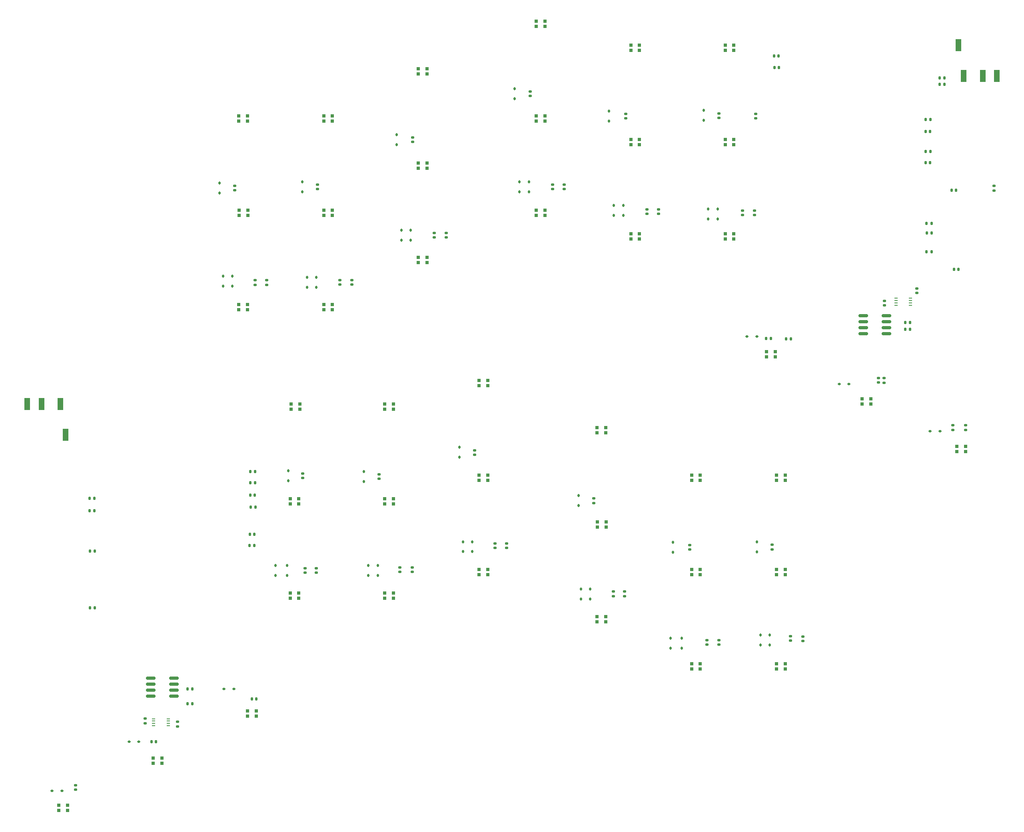
<source format=gbr>
%TF.GenerationSoftware,KiCad,Pcbnew,7.0.1*%
%TF.CreationDate,2023-05-03T23:08:28+02:00*%
%TF.ProjectId,Akula,416b756c-612e-46b6-9963-61645f706362,rev?*%
%TF.SameCoordinates,Original*%
%TF.FileFunction,Paste,Top*%
%TF.FilePolarity,Positive*%
%FSLAX46Y46*%
G04 Gerber Fmt 4.6, Leading zero omitted, Abs format (unit mm)*
G04 Created by KiCad (PCBNEW 7.0.1) date 2023-05-03 23:08:28*
%MOMM*%
%LPD*%
G01*
G04 APERTURE LIST*
G04 Aperture macros list*
%AMRoundRect*
0 Rectangle with rounded corners*
0 $1 Rounding radius*
0 $2 $3 $4 $5 $6 $7 $8 $9 X,Y pos of 4 corners*
0 Add a 4 corners polygon primitive as box body*
4,1,4,$2,$3,$4,$5,$6,$7,$8,$9,$2,$3,0*
0 Add four circle primitives for the rounded corners*
1,1,$1+$1,$2,$3*
1,1,$1+$1,$4,$5*
1,1,$1+$1,$6,$7*
1,1,$1+$1,$8,$9*
0 Add four rect primitives between the rounded corners*
20,1,$1+$1,$2,$3,$4,$5,0*
20,1,$1+$1,$4,$5,$6,$7,0*
20,1,$1+$1,$6,$7,$8,$9,0*
20,1,$1+$1,$8,$9,$2,$3,0*%
G04 Aperture macros list end*
%ADD10RoundRect,0.112500X0.112500X-0.187500X0.112500X0.187500X-0.112500X0.187500X-0.112500X-0.187500X0*%
%ADD11RoundRect,0.140000X-0.170000X0.140000X-0.170000X-0.140000X0.170000X-0.140000X0.170000X0.140000X0*%
%ADD12RoundRect,0.112500X-0.112500X0.187500X-0.112500X-0.187500X0.112500X-0.187500X0.112500X0.187500X0*%
%ADD13RoundRect,0.135000X-0.135000X-0.185000X0.135000X-0.185000X0.135000X0.185000X-0.135000X0.185000X0*%
%ADD14RoundRect,0.135000X0.185000X-0.135000X0.185000X0.135000X-0.185000X0.135000X-0.185000X-0.135000X0*%
%ADD15RoundRect,0.135000X0.135000X0.185000X-0.135000X0.185000X-0.135000X-0.185000X0.135000X-0.185000X0*%
%ADD16R,0.700000X0.700000*%
%ADD17RoundRect,0.112500X-0.187500X-0.112500X0.187500X-0.112500X0.187500X0.112500X-0.187500X0.112500X0*%
%ADD18RoundRect,0.140000X0.140000X0.170000X-0.140000X0.170000X-0.140000X-0.170000X0.140000X-0.170000X0*%
%ADD19RoundRect,0.140000X-0.140000X-0.170000X0.140000X-0.170000X0.140000X0.170000X-0.140000X0.170000X0*%
%ADD20RoundRect,0.150000X-0.825000X-0.150000X0.825000X-0.150000X0.825000X0.150000X-0.825000X0.150000X0*%
%ADD21R,0.750000X0.250000*%
%ADD22RoundRect,0.140000X0.170000X-0.140000X0.170000X0.140000X-0.170000X0.140000X-0.170000X-0.140000X0*%
%ADD23R,1.200000X2.500000*%
%ADD24RoundRect,0.112500X0.187500X0.112500X-0.187500X0.112500X-0.187500X-0.112500X0.187500X-0.112500X0*%
G04 APERTURE END LIST*
D10*
X115000000Y-154050000D03*
X115000000Y-151950000D03*
D11*
X121250000Y-152580000D03*
X121250000Y-153540000D03*
D12*
X133650000Y-132100000D03*
X133650000Y-134200000D03*
D13*
X252855000Y-79500000D03*
X253875000Y-79500000D03*
D11*
X216375000Y-76750000D03*
X216375000Y-77710000D03*
D14*
X243875000Y-113250000D03*
X243875000Y-112230000D03*
D11*
X143900000Y-152412164D03*
X143900000Y-153372164D03*
D15*
X110710000Y-139600000D03*
X109690000Y-139600000D03*
D12*
X219650000Y-166700000D03*
X219650000Y-168800000D03*
D16*
X107295000Y-76700000D03*
X107295000Y-77800000D03*
X109125000Y-77800000D03*
X109125000Y-76700000D03*
D12*
X117650000Y-131950000D03*
X117650000Y-134050000D03*
D16*
X221085000Y-132800000D03*
X221085000Y-133900000D03*
X222915000Y-133900000D03*
X222915000Y-132800000D03*
X69085000Y-202800000D03*
X69085000Y-203900000D03*
X70915000Y-203900000D03*
X70915000Y-202800000D03*
D12*
X140625000Y-60700000D03*
X140625000Y-62800000D03*
D16*
X158085000Y-112800000D03*
X158085000Y-113900000D03*
X159915000Y-113900000D03*
X159915000Y-112800000D03*
D11*
X193625000Y-76540000D03*
X193625000Y-77500000D03*
D17*
X214825000Y-103500000D03*
X216925000Y-103500000D03*
D16*
X210210000Y-81700000D03*
X210210000Y-82800000D03*
X212040000Y-82800000D03*
X212040000Y-81700000D03*
D18*
X221585000Y-46500000D03*
X220625000Y-46500000D03*
D13*
X96380000Y-178150000D03*
X97400000Y-178150000D03*
D11*
X220150000Y-147590000D03*
X220150000Y-148550000D03*
X213875000Y-76770000D03*
X213875000Y-77730000D03*
D17*
X67665000Y-199750000D03*
X69765000Y-199750000D03*
D13*
X252615000Y-57500000D03*
X253635000Y-57500000D03*
D11*
X208900000Y-167770000D03*
X208900000Y-168730000D03*
D19*
X218895000Y-103890000D03*
X219855000Y-103890000D03*
X75640000Y-137750000D03*
X76600000Y-137750000D03*
D10*
X154650000Y-149050000D03*
X154650000Y-146950000D03*
D16*
X118085000Y-157800000D03*
X118085000Y-158900000D03*
X119915000Y-158900000D03*
X119915000Y-157800000D03*
X190210000Y-61700000D03*
X190210000Y-62800000D03*
X192040000Y-62800000D03*
X192040000Y-61700000D03*
D11*
X182400000Y-137790000D03*
X182400000Y-138750000D03*
D16*
X145210000Y-86700000D03*
X145210000Y-87800000D03*
X147040000Y-87800000D03*
X147040000Y-86700000D03*
D13*
X109490000Y-147750000D03*
X110510000Y-147750000D03*
D11*
X110625000Y-91540000D03*
X110625000Y-92500000D03*
D13*
X252855000Y-85500000D03*
X253875000Y-85500000D03*
D11*
X242625000Y-112270000D03*
X242625000Y-113230000D03*
X148625000Y-81520000D03*
X148625000Y-82480000D03*
D10*
X188625000Y-77815000D03*
X188625000Y-75715000D03*
D20*
X239400000Y-99095000D03*
X239400000Y-100365000D03*
X239400000Y-101635000D03*
X239400000Y-102905000D03*
X244350000Y-102905000D03*
X244350000Y-101635000D03*
X244350000Y-100365000D03*
X244350000Y-99095000D03*
D16*
X170210000Y-36700000D03*
X170210000Y-37800000D03*
X172040000Y-37800000D03*
X172040000Y-36700000D03*
D11*
X157150000Y-127562164D03*
X157150000Y-128522164D03*
X87400000Y-184420000D03*
X87400000Y-185380000D03*
D16*
X170210000Y-56700000D03*
X170210000Y-57800000D03*
X172040000Y-57800000D03*
X172040000Y-56700000D03*
X183085000Y-162800000D03*
X183085000Y-163900000D03*
X184915000Y-163900000D03*
X184915000Y-162800000D03*
X170210000Y-76700000D03*
X170210000Y-77800000D03*
X172040000Y-77800000D03*
X172040000Y-76700000D03*
D18*
X221525000Y-44000000D03*
X220565000Y-44000000D03*
D17*
X104050000Y-178100000D03*
X106150000Y-178100000D03*
D11*
X151125000Y-81520000D03*
X151125000Y-82480000D03*
X141300000Y-152412164D03*
X141300000Y-153372164D03*
D15*
X256625000Y-48700000D03*
X255605000Y-48700000D03*
D16*
X138085000Y-117800000D03*
X138085000Y-118900000D03*
X139915000Y-118900000D03*
X139915000Y-117800000D03*
D11*
X94200000Y-185120000D03*
X94200000Y-186080000D03*
D14*
X267125000Y-72520000D03*
X267125000Y-71500000D03*
D16*
X138085000Y-157800000D03*
X138085000Y-158900000D03*
X139915000Y-158900000D03*
X139915000Y-157800000D03*
D11*
X243900000Y-95920000D03*
X243900000Y-96880000D03*
D16*
X125210000Y-56700000D03*
X125210000Y-57800000D03*
X127040000Y-57800000D03*
X127040000Y-56700000D03*
D11*
X208875000Y-56220000D03*
X208875000Y-57180000D03*
D12*
X185625000Y-55700000D03*
X185625000Y-57800000D03*
X216900000Y-147020000D03*
X216900000Y-149120000D03*
D11*
X128625000Y-91520000D03*
X128625000Y-92480000D03*
D10*
X208625000Y-78550000D03*
X208625000Y-76450000D03*
D11*
X106375000Y-71540000D03*
X106375000Y-72500000D03*
D16*
X221085000Y-152800000D03*
X221085000Y-153900000D03*
X222915000Y-153900000D03*
X222915000Y-152800000D03*
D12*
X103125000Y-70950000D03*
X103125000Y-73050000D03*
D19*
X109670000Y-134450000D03*
X110630000Y-134450000D03*
D16*
X190210000Y-41700000D03*
X190210000Y-42800000D03*
X192040000Y-42800000D03*
X192040000Y-41700000D03*
D11*
X123650000Y-152540000D03*
X123650000Y-153500000D03*
D15*
X253635000Y-64250000D03*
X252615000Y-64250000D03*
D12*
X179150000Y-137200000D03*
X179150000Y-139300000D03*
D16*
X183085000Y-122800000D03*
X183085000Y-123900000D03*
X184915000Y-123900000D03*
X184915000Y-122800000D03*
D12*
X166625000Y-70700000D03*
X166625000Y-72800000D03*
D11*
X168875000Y-51520000D03*
X168875000Y-52480000D03*
D16*
X221085000Y-172800000D03*
X221085000Y-173900000D03*
X222915000Y-173900000D03*
X222915000Y-172800000D03*
X145210000Y-46700000D03*
X145210000Y-47800000D03*
X147040000Y-47800000D03*
X147040000Y-46700000D03*
X203085000Y-172800000D03*
X203085000Y-173900000D03*
X204915000Y-173900000D03*
X204915000Y-172800000D03*
D12*
X201000000Y-167400000D03*
X201000000Y-169500000D03*
D16*
X239210000Y-116700000D03*
X239210000Y-117800000D03*
X241040000Y-117800000D03*
X241040000Y-116700000D03*
D19*
X75640000Y-140350000D03*
X76600000Y-140350000D03*
D11*
X188900000Y-157520000D03*
X188900000Y-158480000D03*
D15*
X256625000Y-50000000D03*
X255605000Y-50000000D03*
D10*
X136650000Y-154050000D03*
X136650000Y-151950000D03*
D12*
X134650000Y-151950000D03*
X134650000Y-154050000D03*
D11*
X161500000Y-147290000D03*
X161500000Y-148250000D03*
D12*
X153900000Y-126950000D03*
X153900000Y-129050000D03*
D11*
X189125000Y-56270000D03*
X189125000Y-57230000D03*
D16*
X203085000Y-132800000D03*
X203085000Y-133900000D03*
X204915000Y-133900000D03*
X204915000Y-132800000D03*
D11*
X206300000Y-167770000D03*
X206300000Y-168730000D03*
D13*
X96380000Y-181250000D03*
X97400000Y-181250000D03*
D11*
X176125000Y-71270000D03*
X176125000Y-72230000D03*
X163900000Y-147290000D03*
X163900000Y-148250000D03*
D19*
X109940000Y-180250000D03*
X110900000Y-180250000D03*
D12*
X206625000Y-76450000D03*
X206625000Y-78550000D03*
D21*
X89150000Y-184450000D03*
X89150000Y-184950000D03*
X89150000Y-185450000D03*
X89150000Y-185950000D03*
X92250000Y-185950000D03*
X92250000Y-185450000D03*
X92250000Y-184950000D03*
X92250000Y-184450000D03*
D18*
X89680000Y-189350000D03*
X88720000Y-189350000D03*
D16*
X109085000Y-182800000D03*
X109085000Y-183900000D03*
X110915000Y-183900000D03*
X110915000Y-182800000D03*
D10*
X198650000Y-169500000D03*
X198650000Y-167400000D03*
D12*
X186625000Y-75715000D03*
X186625000Y-77815000D03*
X141625000Y-80950000D03*
X141625000Y-83050000D03*
D16*
X183170000Y-142750000D03*
X183170000Y-143850000D03*
X185000000Y-143850000D03*
X185000000Y-142750000D03*
D10*
X179650000Y-159050000D03*
X179650000Y-156950000D03*
D16*
X89085000Y-192800000D03*
X89085000Y-193900000D03*
X90915000Y-193900000D03*
X90915000Y-192800000D03*
D15*
X76710000Y-148900000D03*
X75690000Y-148900000D03*
D12*
X121625000Y-90950000D03*
X121625000Y-93050000D03*
D16*
X145210000Y-66700000D03*
X145210000Y-67800000D03*
X147040000Y-67800000D03*
X147040000Y-66700000D03*
D11*
X113125000Y-91540000D03*
X113125000Y-92500000D03*
D18*
X253605000Y-66640000D03*
X252645000Y-66640000D03*
D16*
X125210000Y-96700000D03*
X125210000Y-97800000D03*
X127040000Y-97800000D03*
X127040000Y-96700000D03*
D12*
X117400000Y-151950000D03*
X117400000Y-154050000D03*
D13*
X223105000Y-104000000D03*
X224125000Y-104000000D03*
D11*
X224050000Y-166960000D03*
X224050000Y-167920000D03*
D10*
X123625000Y-93050000D03*
X123625000Y-90950000D03*
D19*
X258645000Y-89250000D03*
X259605000Y-89250000D03*
D11*
X131125000Y-91520000D03*
X131125000Y-92480000D03*
D16*
X125210000Y-76700000D03*
X125210000Y-77800000D03*
X127040000Y-77800000D03*
X127040000Y-76700000D03*
D21*
X246350000Y-95350000D03*
X246350000Y-95850000D03*
X246350000Y-96350000D03*
X246350000Y-96850000D03*
X249450000Y-96850000D03*
X249450000Y-96350000D03*
X249450000Y-95850000D03*
X249450000Y-95350000D03*
D16*
X107210000Y-96700000D03*
X107210000Y-97800000D03*
X109040000Y-97800000D03*
X109040000Y-96700000D03*
D22*
X216625000Y-57230000D03*
X216625000Y-56270000D03*
D16*
X210210000Y-41700000D03*
X210210000Y-42800000D03*
X212040000Y-42800000D03*
X212040000Y-41700000D03*
D14*
X258375000Y-123260000D03*
X258375000Y-122240000D03*
D19*
X109550000Y-145350000D03*
X110510000Y-145350000D03*
D17*
X83950000Y-189350000D03*
X86050000Y-189350000D03*
D11*
X72650000Y-198540000D03*
X72650000Y-199500000D03*
D10*
X105875000Y-92800000D03*
X105875000Y-90700000D03*
D11*
X261125000Y-122290000D03*
X261125000Y-123250000D03*
D20*
X88525000Y-175845000D03*
X88525000Y-177115000D03*
X88525000Y-178385000D03*
X88525000Y-179655000D03*
X93475000Y-179655000D03*
X93475000Y-178385000D03*
X93475000Y-177115000D03*
X93475000Y-175845000D03*
D16*
X138085000Y-137800000D03*
X138085000Y-138900000D03*
X139915000Y-138900000D03*
X139915000Y-137800000D03*
D17*
X234325000Y-113500000D03*
X236425000Y-113500000D03*
D16*
X107210000Y-56700000D03*
X107210000Y-57800000D03*
X109040000Y-57800000D03*
X109040000Y-56700000D03*
X210210000Y-61700000D03*
X210210000Y-62800000D03*
X212040000Y-62800000D03*
X212040000Y-61700000D03*
D11*
X196125000Y-76540000D03*
X196125000Y-77500000D03*
D13*
X248355000Y-101900000D03*
X249375000Y-101900000D03*
D22*
X250800000Y-94260000D03*
X250800000Y-93300000D03*
D19*
X109620000Y-137050000D03*
X110580000Y-137050000D03*
D13*
X248355000Y-100500000D03*
X249375000Y-100500000D03*
D18*
X253875000Y-81500000D03*
X252915000Y-81500000D03*
D11*
X123875000Y-71250000D03*
X123875000Y-72210000D03*
D19*
X252645000Y-60000000D03*
X253605000Y-60000000D03*
D12*
X165625000Y-50950000D03*
X165625000Y-53050000D03*
D11*
X173625000Y-71290000D03*
X173625000Y-72250000D03*
D23*
X65405000Y-117750000D03*
X62405000Y-117750000D03*
X70505000Y-124250000D03*
X69405000Y-117750000D03*
D16*
X158085000Y-152800000D03*
X158085000Y-153900000D03*
X159915000Y-153900000D03*
X159915000Y-152800000D03*
X158085000Y-132800000D03*
X158085000Y-133900000D03*
X159915000Y-133900000D03*
X159915000Y-132800000D03*
D11*
X186500000Y-157520000D03*
X186500000Y-158480000D03*
D10*
X217650000Y-168800000D03*
X217650000Y-166700000D03*
D24*
X255675000Y-123500000D03*
X253575000Y-123500000D03*
D16*
X118085000Y-137800000D03*
X118085000Y-138900000D03*
X119915000Y-138900000D03*
X119915000Y-137800000D03*
D10*
X143625000Y-83050000D03*
X143625000Y-80950000D03*
D12*
X181650000Y-156950000D03*
X181650000Y-159050000D03*
D11*
X143985000Y-61270000D03*
X143985000Y-62230000D03*
D23*
X264720000Y-48250000D03*
X267720000Y-48250000D03*
X259620000Y-41750000D03*
X260720000Y-48250000D03*
D19*
X258145000Y-72500000D03*
X259105000Y-72500000D03*
D11*
X120760000Y-132470000D03*
X120760000Y-133430000D03*
X202650000Y-147670000D03*
X202650000Y-148630000D03*
D15*
X76710000Y-160950000D03*
X75690000Y-160950000D03*
D16*
X218960000Y-106700000D03*
X218960000Y-107800000D03*
X220790000Y-107800000D03*
X220790000Y-106700000D03*
D10*
X168625000Y-72800000D03*
X168625000Y-70700000D03*
D16*
X259285000Y-126725000D03*
X259285000Y-127825000D03*
X261115000Y-127825000D03*
X261115000Y-126725000D03*
X190210000Y-81700000D03*
X190210000Y-82800000D03*
X192040000Y-82800000D03*
X192040000Y-81700000D03*
D12*
X156650000Y-146950000D03*
X156650000Y-149050000D03*
X205625000Y-55565000D03*
X205625000Y-57665000D03*
X199150000Y-147100000D03*
X199150000Y-149200000D03*
X120625000Y-70700000D03*
X120625000Y-72800000D03*
D16*
X118285000Y-117800000D03*
X118285000Y-118900000D03*
X120115000Y-118900000D03*
X120115000Y-117800000D03*
D12*
X103875000Y-90700000D03*
X103875000Y-92800000D03*
D11*
X226650000Y-167040000D03*
X226650000Y-168000000D03*
X136900000Y-132670000D03*
X136900000Y-133630000D03*
D15*
X110660000Y-132050000D03*
X109640000Y-132050000D03*
D16*
X203085000Y-152800000D03*
X203085000Y-153900000D03*
X204915000Y-153900000D03*
X204915000Y-152800000D03*
M02*

</source>
